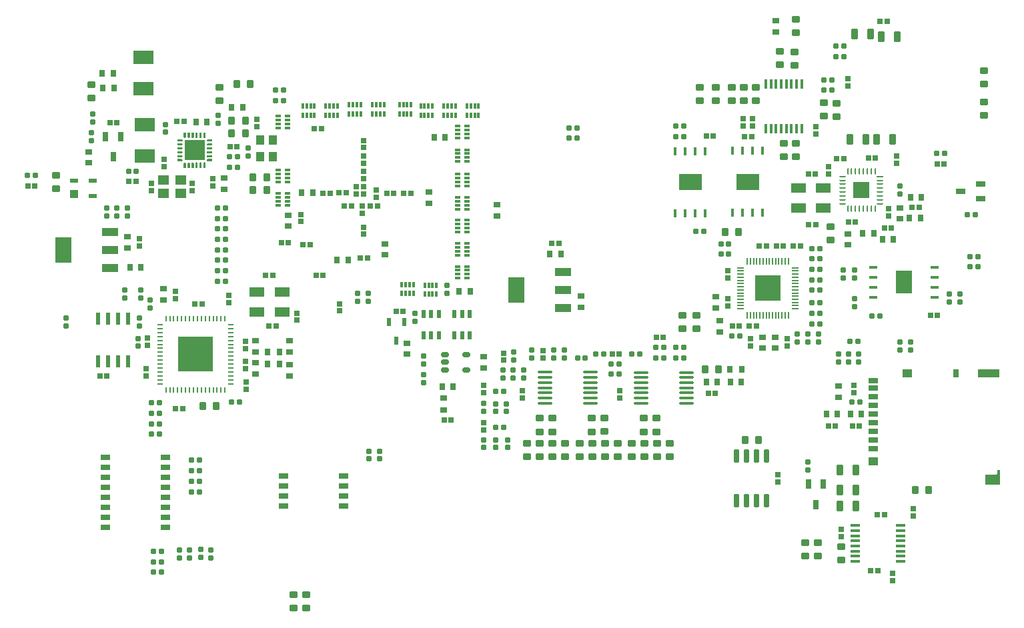
<source format=gbp>
G04*
G04 #@! TF.GenerationSoftware,Altium Limited,Altium Designer,23.11.1 (41)*
G04*
G04 Layer_Color=128*
%FSLAX44Y44*%
%MOMM*%
G71*
G04*
G04 #@! TF.SameCoordinates,077C3239-A6FD-4C8A-B69B-129F227AD62B*
G04*
G04*
G04 #@! TF.FilePolarity,Positive*
G04*
G01*
G75*
%ADD25R,0.8000X1.0000*%
%ADD32R,0.6400X0.6400*%
%ADD33R,0.9500X0.7500*%
G04:AMPARAMS|DCode=41|XSize=0.6mm|YSize=0.6mm|CornerRadius=0.06mm|HoleSize=0mm|Usage=FLASHONLY|Rotation=90.000|XOffset=0mm|YOffset=0mm|HoleType=Round|Shape=RoundedRectangle|*
%AMROUNDEDRECTD41*
21,1,0.6000,0.4800,0,0,90.0*
21,1,0.4800,0.6000,0,0,90.0*
1,1,0.1200,0.2400,0.2400*
1,1,0.1200,0.2400,-0.2400*
1,1,0.1200,-0.2400,-0.2400*
1,1,0.1200,-0.2400,0.2400*
%
%ADD41ROUNDEDRECTD41*%
%ADD42R,0.7500X0.9500*%
%ADD51R,0.6000X1.5500*%
G04:AMPARAMS|DCode=54|XSize=0.6mm|YSize=0.6mm|CornerRadius=0.06mm|HoleSize=0mm|Usage=FLASHONLY|Rotation=180.000|XOffset=0mm|YOffset=0mm|HoleType=Round|Shape=RoundedRectangle|*
%AMROUNDEDRECTD54*
21,1,0.6000,0.4800,0,0,180.0*
21,1,0.4800,0.6000,0,0,180.0*
1,1,0.1200,-0.2400,0.2400*
1,1,0.1200,0.2400,0.2400*
1,1,0.1200,0.2400,-0.2400*
1,1,0.1200,-0.2400,-0.2400*
%
%ADD54ROUNDEDRECTD54*%
G04:AMPARAMS|DCode=58|XSize=1mm|YSize=0.9mm|CornerRadius=0.1125mm|HoleSize=0mm|Usage=FLASHONLY|Rotation=0.000|XOffset=0mm|YOffset=0mm|HoleType=Round|Shape=RoundedRectangle|*
%AMROUNDEDRECTD58*
21,1,1.0000,0.6750,0,0,0.0*
21,1,0.7750,0.9000,0,0,0.0*
1,1,0.2250,0.3875,-0.3375*
1,1,0.2250,-0.3875,-0.3375*
1,1,0.2250,-0.3875,0.3375*
1,1,0.2250,0.3875,0.3375*
%
%ADD58ROUNDEDRECTD58*%
%ADD137R,0.3000X0.6500*%
%ADD138R,0.6400X0.6400*%
G04:AMPARAMS|DCode=139|XSize=0.4mm|YSize=1.2mm|CornerRadius=0.05mm|HoleSize=0mm|Usage=FLASHONLY|Rotation=90.000|XOffset=0mm|YOffset=0mm|HoleType=Round|Shape=RoundedRectangle|*
%AMROUNDEDRECTD139*
21,1,0.4000,1.1000,0,0,90.0*
21,1,0.3000,1.2000,0,0,90.0*
1,1,0.1000,0.5500,0.1500*
1,1,0.1000,0.5500,-0.1500*
1,1,0.1000,-0.5500,-0.1500*
1,1,0.1000,-0.5500,0.1500*
%
%ADD139ROUNDEDRECTD139*%
G04:AMPARAMS|DCode=140|XSize=1.3mm|YSize=0.8mm|CornerRadius=0.1mm|HoleSize=0mm|Usage=FLASHONLY|Rotation=90.000|XOffset=0mm|YOffset=0mm|HoleType=Round|Shape=RoundedRectangle|*
%AMROUNDEDRECTD140*
21,1,1.3000,0.6000,0,0,90.0*
21,1,1.1000,0.8000,0,0,90.0*
1,1,0.2000,0.3000,0.5500*
1,1,0.2000,0.3000,-0.5500*
1,1,0.2000,-0.3000,-0.5500*
1,1,0.2000,-0.3000,0.5500*
%
%ADD140ROUNDEDRECTD140*%
%ADD141R,1.2700X0.7600*%
%ADD142R,0.6000X1.0000*%
G04:AMPARAMS|DCode=143|XSize=1.05mm|YSize=0.6mm|CornerRadius=0.15mm|HoleSize=0mm|Usage=FLASHONLY|Rotation=180.000|XOffset=0mm|YOffset=0mm|HoleType=Round|Shape=RoundedRectangle|*
%AMROUNDEDRECTD143*
21,1,1.0500,0.3000,0,0,180.0*
21,1,0.7500,0.6000,0,0,180.0*
1,1,0.3000,-0.3750,0.1500*
1,1,0.3000,0.3750,0.1500*
1,1,0.3000,0.3750,-0.1500*
1,1,0.3000,-0.3750,-0.1500*
%
%ADD143ROUNDEDRECTD143*%
%ADD144O,2.0000X0.3500*%
G04:AMPARAMS|DCode=145|XSize=0.4mm|YSize=1.2mm|CornerRadius=0.05mm|HoleSize=0mm|Usage=FLASHONLY|Rotation=180.000|XOffset=0mm|YOffset=0mm|HoleType=Round|Shape=RoundedRectangle|*
%AMROUNDEDRECTD145*
21,1,0.4000,1.1000,0,0,180.0*
21,1,0.3000,1.2000,0,0,180.0*
1,1,0.1000,-0.1500,0.5500*
1,1,0.1000,0.1500,0.5500*
1,1,0.1000,0.1500,-0.5500*
1,1,0.1000,-0.1500,-0.5500*
%
%ADD145ROUNDEDRECTD145*%
%ADD146R,1.2000X0.6500*%
G04:AMPARAMS|DCode=147|XSize=0.8078mm|YSize=0.2393mm|CornerRadius=0.1196mm|HoleSize=0mm|Usage=FLASHONLY|Rotation=180.000|XOffset=0mm|YOffset=0mm|HoleType=Round|Shape=RoundedRectangle|*
%AMROUNDEDRECTD147*
21,1,0.8078,0.0000,0,0,180.0*
21,1,0.5686,0.2393,0,0,180.0*
1,1,0.2393,-0.2843,0.0000*
1,1,0.2393,0.2843,0.0000*
1,1,0.2393,0.2843,0.0000*
1,1,0.2393,-0.2843,0.0000*
%
%ADD147ROUNDEDRECTD147*%
G04:AMPARAMS|DCode=148|XSize=0.2393mm|YSize=0.8078mm|CornerRadius=0.1196mm|HoleSize=0mm|Usage=FLASHONLY|Rotation=180.000|XOffset=0mm|YOffset=0mm|HoleType=Round|Shape=RoundedRectangle|*
%AMROUNDEDRECTD148*
21,1,0.2393,0.5686,0,0,180.0*
21,1,0.0000,0.8078,0,0,180.0*
1,1,0.2393,0.0000,0.2843*
1,1,0.2393,0.0000,0.2843*
1,1,0.2393,0.0000,-0.2843*
1,1,0.2393,0.0000,-0.2843*
%
%ADD148ROUNDEDRECTD148*%
%ADD149R,1.9000X1.2000*%
G04:AMPARAMS|DCode=152|XSize=1.0611mm|YSize=0.3925mm|CornerRadius=0.1962mm|HoleSize=0mm|Usage=FLASHONLY|Rotation=90.000|XOffset=0mm|YOffset=0mm|HoleType=Round|Shape=RoundedRectangle|*
%AMROUNDEDRECTD152*
21,1,1.0611,0.0000,0,0,90.0*
21,1,0.6686,0.3925,0,0,90.0*
1,1,0.3925,0.0000,0.3343*
1,1,0.3925,0.0000,-0.3343*
1,1,0.3925,0.0000,-0.3343*
1,1,0.3925,0.0000,0.3343*
%
%ADD152ROUNDEDRECTD152*%
G04:AMPARAMS|DCode=154|XSize=1.0611mm|YSize=0.3925mm|CornerRadius=0.1962mm|HoleSize=0mm|Usage=FLASHONLY|Rotation=0.000|XOffset=0mm|YOffset=0mm|HoleType=Round|Shape=RoundedRectangle|*
%AMROUNDEDRECTD154*
21,1,1.0611,0.0000,0,0,0.0*
21,1,0.6686,0.3925,0,0,0.0*
1,1,0.3925,0.3343,0.0000*
1,1,0.3925,-0.3343,0.0000*
1,1,0.3925,-0.3343,0.0000*
1,1,0.3925,0.3343,0.0000*
%
%ADD154ROUNDEDRECTD154*%
%ADD155R,2.8000X1.0000*%
%ADD156R,1.2000X1.0000*%
%ADD157R,3.2000X3.2000*%
%ADD158R,0.2000X0.8500*%
%ADD159R,0.9500X0.8000*%
%ADD160C,1.1447*%
%ADD161R,1.2000X0.7000*%
G04:AMPARAMS|DCode=162|XSize=1mm|YSize=0.9mm|CornerRadius=0.1125mm|HoleSize=0mm|Usage=FLASHONLY|Rotation=270.000|XOffset=0mm|YOffset=0mm|HoleType=Round|Shape=RoundedRectangle|*
%AMROUNDEDRECTD162*
21,1,1.0000,0.6750,0,0,270.0*
21,1,0.7750,0.9000,0,0,270.0*
1,1,0.2250,-0.3375,-0.3875*
1,1,0.2250,-0.3375,0.3875*
1,1,0.2250,0.3375,0.3875*
1,1,0.2250,0.3375,-0.3875*
%
%ADD162ROUNDEDRECTD162*%
%ADD163R,0.6500X1.2000*%
%ADD164R,2.1500X1.0000*%
G04:AMPARAMS|DCode=165|XSize=0.65mm|YSize=1.65mm|CornerRadius=0.0488mm|HoleSize=0mm|Usage=FLASHONLY|Rotation=0.000|XOffset=0mm|YOffset=0mm|HoleType=Round|Shape=RoundedRectangle|*
%AMROUNDEDRECTD165*
21,1,0.6500,1.5525,0,0,0.0*
21,1,0.5525,1.6500,0,0,0.0*
1,1,0.0975,0.2763,-0.7763*
1,1,0.0975,-0.2763,-0.7763*
1,1,0.0975,-0.2763,0.7763*
1,1,0.0975,0.2763,0.7763*
%
%ADD165ROUNDEDRECTD165*%
%ADD166R,1.1000X1.3000*%
%ADD167R,2.5000X2.5000*%
%ADD168R,1.4000X1.2000*%
%ADD169R,1.0000X1.0000*%
%ADD170O,0.7500X0.2500*%
%ADD171R,4.5000X4.5000*%
%ADD172O,0.2500X0.7500*%
%ADD173R,0.6500X0.3000*%
%ADD174R,0.6400X0.9200*%
%ADD175R,2.1500X3.2500*%
%ADD176R,0.3925X1.0611*%
%ADD177R,1.0611X0.3925*%
%ADD178R,0.8078X0.2393*%
%ADD179C,0.2520*%
%ADD180R,0.8500X0.2000*%
%ADD181R,2.5000X1.7000*%
%ADD182R,1.0000X0.6000*%
%ADD183R,0.9200X0.6400*%
%ADD215R,2.9724X2.0724*%
%ADD216R,2.0724X2.9724*%
%ADD217R,2.0239X2.0239*%
G36*
X633280Y887807D02*
X633674Y887413D01*
X633887Y886898D01*
Y886620D01*
Y886341D01*
X633674Y885827D01*
X633280Y885433D01*
X632766Y885220D01*
X626987D01*
Y888020D01*
X632766D01*
X633280Y887807D01*
D02*
G37*
G36*
X632487Y893020D02*
X632766D01*
X633280Y892807D01*
X633674Y892413D01*
X633887Y891898D01*
Y891620D01*
Y891341D01*
X633674Y890827D01*
X633280Y890433D01*
X632766Y890220D01*
X626987D01*
Y893020D01*
X632487D01*
Y893020D01*
D02*
G37*
G36*
X633280Y897807D02*
X633674Y897413D01*
X633887Y896898D01*
Y896620D01*
Y896341D01*
X633674Y895827D01*
X633280Y895433D01*
X632766Y895220D01*
X626987D01*
Y898020D01*
X632766D01*
X633280Y897807D01*
D02*
G37*
G36*
X637556Y883532D02*
X637949Y883138D01*
X638162Y882624D01*
Y882345D01*
Y876845D01*
X635363D01*
Y882345D01*
Y882624D01*
X635576Y883138D01*
X635970Y883532D01*
X636484Y883745D01*
X637041D01*
X637556Y883532D01*
D02*
G37*
G36*
X642555D02*
X642949Y883138D01*
X643163Y882624D01*
Y882345D01*
X643163Y876845D01*
X640362D01*
Y882345D01*
Y882624D01*
X640576Y883138D01*
X640969Y883532D01*
X641484Y883745D01*
X642041D01*
X642555Y883532D01*
D02*
G37*
G36*
X647556D02*
X647949Y883138D01*
X648163Y882624D01*
Y882345D01*
Y876845D01*
X645362D01*
Y882345D01*
Y882624D01*
X645576Y883138D01*
X645969Y883532D01*
X646484Y883745D01*
X647041D01*
X647556Y883532D01*
D02*
G37*
G36*
X633280Y902807D02*
X633674Y902413D01*
X633887Y901898D01*
Y901620D01*
Y901341D01*
X633674Y900827D01*
X633280Y900433D01*
X632766Y900220D01*
X626987D01*
Y903020D01*
X632766D01*
X633280Y902807D01*
D02*
G37*
G36*
Y907807D02*
X633674Y907413D01*
X633887Y906898D01*
Y906620D01*
Y906341D01*
X633674Y905827D01*
X633280Y905433D01*
X632766Y905220D01*
X632487D01*
X626987Y905220D01*
Y908020D01*
X632766D01*
X633280Y907807D01*
D02*
G37*
G36*
Y912807D02*
X633674Y912413D01*
X633887Y911898D01*
Y911620D01*
Y911341D01*
X633674Y910827D01*
X633280Y910433D01*
X632766Y910220D01*
X626987D01*
Y913020D01*
X632766D01*
X633280Y912807D01*
D02*
G37*
G36*
X638162Y915895D02*
Y915617D01*
X637949Y915102D01*
X637556Y914708D01*
X637041Y914495D01*
X636484D01*
X635970Y914708D01*
X635576Y915102D01*
X635363Y915617D01*
Y915895D01*
Y921395D01*
X638162D01*
Y915895D01*
D02*
G37*
G36*
X643163D02*
X643163D01*
Y915617D01*
X642949Y915102D01*
X642555Y914708D01*
X642041Y914495D01*
X641484D01*
X640969Y914708D01*
X640576Y915102D01*
X640362Y915617D01*
Y915895D01*
Y921395D01*
X643163D01*
Y915895D01*
D02*
G37*
G36*
X648163D02*
Y915617D01*
X647949Y915102D01*
X647556Y914708D01*
X647041Y914495D01*
X646484D01*
X645969Y914708D01*
X645576Y915102D01*
X645362Y915617D01*
Y915895D01*
Y921395D01*
X648163D01*
Y915895D01*
D02*
G37*
G36*
X663163D02*
Y915617D01*
X662949Y915102D01*
X662555Y914708D01*
X662041Y914495D01*
X661484D01*
X660969Y914708D01*
X660576Y915102D01*
X660362Y915617D01*
Y915895D01*
Y921395D01*
X663163D01*
Y915895D01*
D02*
G37*
G36*
X658163D02*
Y915617D01*
X657949Y915102D01*
X657556Y914708D01*
X657041Y914495D01*
X656484D01*
X655969Y914708D01*
X655576Y915102D01*
X655362Y915617D01*
Y915895D01*
X655362Y921395D01*
X658163D01*
Y915895D01*
D02*
G37*
G36*
X653163D02*
Y915617D01*
X652949Y915102D01*
X652555Y914708D01*
X652041Y914495D01*
X651484D01*
X650969Y914708D01*
X650576Y915102D01*
X650362Y915617D01*
Y915895D01*
Y921395D01*
X653163D01*
Y915895D01*
D02*
G37*
G36*
X671537Y910220D02*
X665759D01*
X665245Y910433D01*
X664851Y910827D01*
X664638Y911341D01*
Y911620D01*
Y911898D01*
X664851Y912413D01*
X665245Y912807D01*
X665759Y913020D01*
X671537D01*
Y910220D01*
D02*
G37*
G36*
Y905220D02*
X666038D01*
Y905220D01*
X665759D01*
X665245Y905433D01*
X664851Y905827D01*
X664638Y906341D01*
Y906620D01*
Y906898D01*
X664851Y907413D01*
X665245Y907807D01*
X665759Y908020D01*
X671537D01*
Y905220D01*
D02*
G37*
G36*
Y900220D02*
X665759D01*
X665245Y900433D01*
X664851Y900827D01*
X664638Y901341D01*
Y901620D01*
Y901898D01*
X664851Y902413D01*
X665245Y902807D01*
X665759Y903020D01*
X671537D01*
Y900220D01*
D02*
G37*
G36*
Y895220D02*
X665759D01*
X665245Y895433D01*
X664851Y895827D01*
X664638Y896341D01*
Y896620D01*
Y896898D01*
X664851Y897413D01*
X665245Y897807D01*
X665759Y898020D01*
X671537D01*
Y895220D01*
D02*
G37*
G36*
Y890220D02*
X665759D01*
X665245Y890433D01*
X664851Y890827D01*
X664638Y891341D01*
Y891620D01*
Y891898D01*
X664851Y892413D01*
X665245Y892807D01*
X665759Y893020D01*
X666038D01*
X671537Y893020D01*
Y890220D01*
D02*
G37*
G36*
Y885220D02*
X665759D01*
X665245Y885433D01*
X664851Y885827D01*
X664638Y886341D01*
Y886620D01*
Y886898D01*
X664851Y887413D01*
X665245Y887807D01*
X665759Y888020D01*
X671537D01*
Y885220D01*
D02*
G37*
G36*
X662555Y883532D02*
X662949Y883138D01*
X663163Y882624D01*
Y882345D01*
Y876845D01*
X660362D01*
Y882345D01*
Y882624D01*
X660576Y883138D01*
X660969Y883532D01*
X661484Y883745D01*
X662041D01*
X662555Y883532D01*
D02*
G37*
G36*
X657556D02*
X657949Y883138D01*
X658163Y882624D01*
Y882345D01*
Y876845D01*
X655362D01*
Y882345D01*
X655362D01*
Y882624D01*
X655576Y883138D01*
X655969Y883532D01*
X656484Y883745D01*
X657041D01*
X657556Y883532D01*
D02*
G37*
G36*
X652555D02*
X652949Y883138D01*
X653163Y882624D01*
Y882345D01*
Y876845D01*
X650362D01*
Y882345D01*
Y882624D01*
X650576Y883138D01*
X650969Y883532D01*
X651484Y883745D01*
X652041D01*
X652555Y883532D01*
D02*
G37*
G36*
X1671350Y474346D02*
X1652350D01*
Y487346D01*
X1666350D01*
X1667850Y488846D01*
Y492846D01*
X1671350D01*
Y474346D01*
D02*
G37*
D25*
X1615850Y615846D02*
D03*
D32*
X1470000Y417600D02*
D03*
Y408400D02*
D03*
X1540000Y891600D02*
D03*
Y882400D02*
D03*
X1453725Y869139D02*
D03*
Y878339D02*
D03*
X728000Y938600D02*
D03*
Y929400D02*
D03*
X864000Y862730D02*
D03*
Y871930D02*
D03*
Y843400D02*
D03*
Y852600D02*
D03*
X854000Y843400D02*
D03*
Y852600D02*
D03*
X861963Y819360D02*
D03*
Y828560D02*
D03*
X1065324Y584600D02*
D03*
X1188720Y584680D02*
D03*
X1478280Y990120D02*
D03*
X1437640Y929160D02*
D03*
X1357652Y939320D02*
D03*
X1345473D02*
D03*
X1530350Y825020D02*
D03*
X880000Y839400D02*
D03*
X1485900Y600776D02*
D03*
X1401587Y659920D02*
D03*
X1354370Y650720D02*
D03*
X1561000Y443600D02*
D03*
X1535000Y352400D02*
D03*
X1389380Y478000D02*
D03*
X1325880Y737080D02*
D03*
Y701520D02*
D03*
X864000Y902400D02*
D03*
Y891600D02*
D03*
Y801600D02*
D03*
X784000Y808480D02*
D03*
X610870Y878050D02*
D03*
X672467Y853534D02*
D03*
X646430Y856770D02*
D03*
X594795Y847570D02*
D03*
X579000Y786600D02*
D03*
X833000Y704200D02*
D03*
X779331Y683177D02*
D03*
X693000Y714600D02*
D03*
X714000Y647400D02*
D03*
Y622000D02*
D03*
X715000Y595800D02*
D03*
X625000Y719600D02*
D03*
X589000Y660600D02*
D03*
X588000Y612400D02*
D03*
X1485900Y591576D02*
D03*
X1530350Y815820D02*
D03*
X1478280Y980920D02*
D03*
X693000Y705400D02*
D03*
X589000Y651400D02*
D03*
X715000Y605000D02*
D03*
X588000Y621600D02*
D03*
X1016000Y544196D02*
D03*
X784000Y817679D02*
D03*
X880000Y848600D02*
D03*
X1016000Y590945D02*
D03*
X1091578Y635480D02*
D03*
X1041400Y641585D02*
D03*
X625000Y710400D02*
D03*
X864000Y792400D02*
D03*
Y911600D02*
D03*
Y882400D02*
D03*
X1389380Y487200D02*
D03*
X1325880Y710720D02*
D03*
Y746280D02*
D03*
X1016000Y553396D02*
D03*
X1091578Y644680D02*
D03*
X1016000Y600144D02*
D03*
X1041400Y632385D02*
D03*
X779331Y692377D02*
D03*
X1401587Y650720D02*
D03*
X1354370Y659920D02*
D03*
X833000Y695000D02*
D03*
X1345473Y930120D02*
D03*
X1357652D02*
D03*
X1437640Y919960D02*
D03*
X579000Y777400D02*
D03*
X1561000Y434400D02*
D03*
X1535000Y361600D02*
D03*
X1065324Y593800D02*
D03*
X1188720Y593880D02*
D03*
X714000Y656600D02*
D03*
Y631200D02*
D03*
X646430Y847570D02*
D03*
X594795Y856770D02*
D03*
X610870Y887250D02*
D03*
X672467Y862735D02*
D03*
D33*
X1016000Y636920D02*
D03*
X919000Y640000D02*
D03*
X1386840Y1049640D02*
D03*
X1544320Y826150D02*
D03*
X947000Y846000D02*
D03*
X1033000Y830000D02*
D03*
X1478280Y779130D02*
D03*
X1466850Y599578D02*
D03*
X890730Y766290D02*
D03*
X1310640Y699120D02*
D03*
X1315720Y668640D02*
D03*
X1140000Y714000D02*
D03*
X768000Y802482D02*
D03*
X514682Y883270D02*
D03*
X686816Y849488D02*
D03*
X564000Y789000D02*
D03*
X769620Y657240D02*
D03*
X726440Y615300D02*
D03*
Y643240D02*
D03*
X769620Y612760D02*
D03*
X610000Y723000D02*
D03*
X1466850Y585578D02*
D03*
X1544320Y812150D02*
D03*
X947000Y832000D02*
D03*
X1478280Y793130D02*
D03*
X768000Y816481D02*
D03*
X1033000Y816000D02*
D03*
X769620Y626760D02*
D03*
Y643240D02*
D03*
X1140000Y700000D02*
D03*
X1310640Y713120D02*
D03*
X890730Y780290D02*
D03*
X919000Y654000D02*
D03*
X1315720Y682640D02*
D03*
X1386840Y1063640D02*
D03*
X564000Y775000D02*
D03*
X1016000Y622920D02*
D03*
X610000Y709000D02*
D03*
X726440Y657240D02*
D03*
Y629300D02*
D03*
X686816Y863488D02*
D03*
X514682Y897270D02*
D03*
D41*
X1633000Y751000D02*
D03*
X1643000D02*
D03*
X1124590Y927689D02*
D03*
X1134590D02*
D03*
Y914400D02*
D03*
X1124590D02*
D03*
X1178165Y627968D02*
D03*
X1158320Y640080D02*
D03*
X1269920Y635351D02*
D03*
Y648639D02*
D03*
X1473120Y1017952D02*
D03*
X1601000Y895000D02*
D03*
X703500Y877392D02*
D03*
X565230Y872364D02*
D03*
X447000Y867000D02*
D03*
X1643000Y764000D02*
D03*
X1633000D02*
D03*
X1640000Y817000D02*
D03*
X1630000D02*
D03*
X688345Y732766D02*
D03*
X678345D02*
D03*
Y746055D02*
D03*
X688345D02*
D03*
X678345Y759343D02*
D03*
X688345D02*
D03*
X678345Y772632D02*
D03*
X688345D02*
D03*
X678505Y785920D02*
D03*
X688505D02*
D03*
X678345Y799209D02*
D03*
X688345D02*
D03*
X678345Y812497D02*
D03*
X688345D02*
D03*
X678345Y825786D02*
D03*
X688345D02*
D03*
X604440Y578399D02*
D03*
X594440D02*
D03*
X604440Y565110D02*
D03*
X594440D02*
D03*
X604440Y551768D02*
D03*
X594440D02*
D03*
X604440Y538480D02*
D03*
X594440D02*
D03*
X655320Y505460D02*
D03*
X645320D02*
D03*
X655240Y492172D02*
D03*
X645240D02*
D03*
X655320Y478883D02*
D03*
X645320D02*
D03*
X655240Y464820D02*
D03*
X645240D02*
D03*
X607060Y363220D02*
D03*
X597060D02*
D03*
X606980Y376508D02*
D03*
X596980D02*
D03*
X606980Y389797D02*
D03*
X596980D02*
D03*
X1490900Y656035D02*
D03*
X1480900D02*
D03*
X1493440Y579120D02*
D03*
X1483440D02*
D03*
X1591000Y895000D02*
D03*
X1168320Y640080D02*
D03*
X1442640Y761226D02*
D03*
X1432640D02*
D03*
X703500Y890680D02*
D03*
X693500D02*
D03*
X1518840Y688366D02*
D03*
X1442640Y692057D02*
D03*
X1285320Y796306D02*
D03*
X1259920Y929640D02*
D03*
Y916234D02*
D03*
X751920Y962072D02*
D03*
X1331040Y662906D02*
D03*
X1031320Y546810D02*
D03*
X1234520Y648639D02*
D03*
X1031320Y592530D02*
D03*
X1442640Y678768D02*
D03*
X1259920Y648639D02*
D03*
X1204040Y640351D02*
D03*
X1508840Y688366D02*
D03*
X1341040Y662906D02*
D03*
X761920Y975360D02*
D03*
X751920D02*
D03*
X761920Y962072D02*
D03*
X1317070Y780368D02*
D03*
X1327070D02*
D03*
X1442640Y774514D02*
D03*
X1432640D02*
D03*
X1317150Y767080D02*
D03*
X1327150D02*
D03*
X1442640Y747937D02*
D03*
X1432640D02*
D03*
X1442560Y734649D02*
D03*
X1432560D02*
D03*
X1269920Y916234D02*
D03*
X1442560Y721360D02*
D03*
X1432560D02*
D03*
X1442640Y705346D02*
D03*
X1432640D02*
D03*
X1269920Y929640D02*
D03*
X1432640Y692057D02*
D03*
X1295320Y796306D02*
D03*
X1432640Y678768D02*
D03*
X1473120Y1031240D02*
D03*
X1463120D02*
D03*
Y1017952D02*
D03*
X1447880Y975360D02*
D03*
X1457880D02*
D03*
X1447880Y988649D02*
D03*
X1457880D02*
D03*
X1244520Y648639D02*
D03*
X1234600Y635351D02*
D03*
X1244600D02*
D03*
X1259920D02*
D03*
X1214040Y640351D02*
D03*
X1145031Y635472D02*
D03*
X1135032D02*
D03*
X1178165Y614680D02*
D03*
X1188165D02*
D03*
Y627968D02*
D03*
X1041320Y546810D02*
D03*
Y592530D02*
D03*
X696040Y579120D02*
D03*
X706040D02*
D03*
X575230Y872364D02*
D03*
X693500Y877392D02*
D03*
X437000Y867000D02*
D03*
D42*
X798958Y844836D02*
D03*
X784958D02*
D03*
X977280Y598869D02*
D03*
X1312645Y604496D02*
D03*
X1557640Y839470D02*
D03*
X967120Y915670D02*
D03*
X1536080Y785760D02*
D03*
X1343040Y604496D02*
D03*
X1481440Y563880D02*
D03*
X1450960D02*
D03*
X1114000Y767000D02*
D03*
X998870Y719563D02*
D03*
X710100Y953180D02*
D03*
X664860Y934720D02*
D03*
X532100Y996950D02*
D03*
X532750Y977900D02*
D03*
X829921Y760000D02*
D03*
X581000Y750000D02*
D03*
X1571640Y839470D02*
D03*
X1522080Y785760D02*
D03*
X1100000Y767000D02*
D03*
X843921Y760000D02*
D03*
X984870Y719563D02*
D03*
X1464960Y563880D02*
D03*
X1495440D02*
D03*
X953120Y915670D02*
D03*
X567000Y750000D02*
D03*
X1329040Y604496D02*
D03*
X1298645Y604496D02*
D03*
X963280Y598869D02*
D03*
X696100Y953180D02*
D03*
X650860Y934720D02*
D03*
X546100Y996950D02*
D03*
X546750Y977900D02*
D03*
D51*
X527050Y684860D02*
D03*
X539750D02*
D03*
X552450D02*
D03*
X565150D02*
D03*
X552450Y630860D02*
D03*
X527050D02*
D03*
X539750D02*
D03*
X565150D02*
D03*
D54*
X593000Y699000D02*
D03*
Y709000D02*
D03*
X929000Y692000D02*
D03*
Y682000D02*
D03*
X940000Y604000D02*
D03*
X1031240Y521490D02*
D03*
X1016000D02*
D03*
X1031240Y567210D02*
D03*
X1016000Y567290D02*
D03*
X1053512Y609680D02*
D03*
X1040223D02*
D03*
X1118188Y635472D02*
D03*
X1076960D02*
D03*
X1544320Y843360D02*
D03*
X1427480Y502840D02*
D03*
X716788Y901907D02*
D03*
X520000Y945000D02*
D03*
X486000Y676000D02*
D03*
Y686000D02*
D03*
X560796Y721608D02*
D03*
X560796Y711608D02*
D03*
X580810Y711280D02*
D03*
Y721280D02*
D03*
X550592Y825565D02*
D03*
Y815565D02*
D03*
X563880Y825420D02*
D03*
Y815420D02*
D03*
X537303Y825565D02*
D03*
Y815565D02*
D03*
X969556Y717630D02*
D03*
Y727630D02*
D03*
X884000Y517000D02*
D03*
Y507000D02*
D03*
X870000Y517000D02*
D03*
Y507000D02*
D03*
X579120Y675720D02*
D03*
Y685720D02*
D03*
X1466850Y640000D02*
D03*
Y630000D02*
D03*
X1479550Y640000D02*
D03*
Y630000D02*
D03*
X1492250Y640000D02*
D03*
Y630000D02*
D03*
X1544320Y655240D02*
D03*
Y645240D02*
D03*
X1558290Y645160D02*
D03*
Y655160D02*
D03*
X1544320Y853360D02*
D03*
X630000Y391000D02*
D03*
Y381000D02*
D03*
X643000Y391000D02*
D03*
Y381000D02*
D03*
X657000Y392000D02*
D03*
Y382000D02*
D03*
X670000Y381000D02*
D03*
Y391000D02*
D03*
X1487186Y710263D02*
D03*
Y700263D02*
D03*
X716788Y891907D02*
D03*
X1016000Y531490D02*
D03*
X1487170Y746680D02*
D03*
X1016000Y577290D02*
D03*
X1104900Y635472D02*
D03*
X869259Y717062D02*
D03*
X855971Y716982D02*
D03*
X1054134Y642969D02*
D03*
X1607114Y706200D02*
D03*
X1472635Y746765D02*
D03*
X1414321Y655320D02*
D03*
X1076960Y645472D02*
D03*
X1620520Y706200D02*
D03*
X1440898Y655320D02*
D03*
X1040223Y619680D02*
D03*
X1427609Y655480D02*
D03*
X940000Y614000D02*
D03*
X1427480Y492840D02*
D03*
X855971Y706982D02*
D03*
X869259Y707062D02*
D03*
X1472635Y736765D02*
D03*
X1487170Y736680D02*
D03*
X1620520Y716200D02*
D03*
X1607114D02*
D03*
X1414321Y665320D02*
D03*
X1440898D02*
D03*
X1427609Y665480D02*
D03*
X1118188Y645472D02*
D03*
X1104900D02*
D03*
X1066800Y619680D02*
D03*
Y609680D02*
D03*
X1054134Y632969D02*
D03*
X1031240Y577210D02*
D03*
X1053512Y619680D02*
D03*
X1044529Y567210D02*
D03*
Y577210D02*
D03*
X1031240Y531490D02*
D03*
X1046480Y521490D02*
D03*
Y531490D02*
D03*
X940000Y638000D02*
D03*
Y628000D02*
D03*
X577810Y650105D02*
D03*
Y660105D02*
D03*
X679450Y933610D02*
D03*
Y943610D02*
D03*
X612024Y921869D02*
D03*
Y931869D02*
D03*
X520000Y935000D02*
D03*
X517821Y911174D02*
D03*
Y921173D02*
D03*
D58*
X1087200Y558679D02*
D03*
X1103219D02*
D03*
X1153240D02*
D03*
X1169258Y558800D02*
D03*
X1219200Y558679D02*
D03*
X1235219D02*
D03*
X1463819Y958460D02*
D03*
X1412240Y1048140D02*
D03*
X1410415Y1024040D02*
D03*
X1391920Y1024500D02*
D03*
X1330960Y961780D02*
D03*
X680832Y978780D02*
D03*
X518000Y982500D02*
D03*
X473710Y850020D02*
D03*
X1268000Y689500D02*
D03*
Y672500D02*
D03*
X1651000Y960500D02*
D03*
Y943500D02*
D03*
Y1000500D02*
D03*
Y983500D02*
D03*
X1456690Y802250D02*
D03*
Y785250D02*
D03*
X1286000Y689500D02*
D03*
Y672500D02*
D03*
X680832Y961780D02*
D03*
X1138000Y526660D02*
D03*
X1203960D02*
D03*
X1119237D02*
D03*
X1186056D02*
D03*
X774700Y317382D02*
D03*
X1424161Y383930D02*
D03*
X791090Y317382D02*
D03*
X1470000Y378500D02*
D03*
X1440180Y383930D02*
D03*
X1252016Y526660D02*
D03*
X1087200D02*
D03*
X1440180Y400930D02*
D03*
X1290320Y978780D02*
D03*
Y961780D02*
D03*
X1447800Y959731D02*
D03*
Y942730D02*
D03*
X1463819Y941460D02*
D03*
X1361440Y978780D02*
D03*
Y961780D02*
D03*
X1412240Y1065140D02*
D03*
X1310640Y961780D02*
D03*
Y978780D02*
D03*
X1410415Y1007040D02*
D03*
X1397000Y890660D02*
D03*
Y907660D02*
D03*
X1391920Y1007500D02*
D03*
X1330960Y978780D02*
D03*
X1412240Y890660D02*
D03*
Y907660D02*
D03*
X1346200Y978780D02*
D03*
Y961780D02*
D03*
X1235219Y541679D02*
D03*
X1219200D02*
D03*
X1219979Y509660D02*
D03*
Y526660D02*
D03*
X1235997Y509660D02*
D03*
Y526660D02*
D03*
X1203960Y509660D02*
D03*
X1252016D02*
D03*
X1470000Y395500D02*
D03*
X1087200Y541679D02*
D03*
X1103219D02*
D03*
X1169258Y541800D02*
D03*
X1153240Y541679D02*
D03*
X1087200Y509660D02*
D03*
X1103219D02*
D03*
Y526660D02*
D03*
X1170037Y509660D02*
D03*
Y526660D02*
D03*
X1154018Y509660D02*
D03*
Y526660D02*
D03*
X1138000Y509660D02*
D03*
X1186056D02*
D03*
X1071181D02*
D03*
Y526660D02*
D03*
X1119237Y509660D02*
D03*
X791090Y334382D02*
D03*
X1424161Y400930D02*
D03*
X774700Y334382D02*
D03*
X518000Y965500D02*
D03*
X473710Y867020D02*
D03*
D137*
X970359Y943540D02*
D03*
X975359D02*
D03*
X980359D02*
D03*
X965359Y943540D02*
D03*
X965359Y955040D02*
D03*
X970359D02*
D03*
X975359D02*
D03*
X980359D02*
D03*
X801389D02*
D03*
X796389D02*
D03*
X791389D02*
D03*
X786389D02*
D03*
X791389Y943540D02*
D03*
X786389D02*
D03*
X801389D02*
D03*
X796389D02*
D03*
X815677Y955040D02*
D03*
X820677D02*
D03*
X825677Y955040D02*
D03*
X830677D02*
D03*
X815677Y943540D02*
D03*
X820677D02*
D03*
X825677D02*
D03*
X830677D02*
D03*
X860000Y956655D02*
D03*
X855000D02*
D03*
X850000D02*
D03*
X845000D02*
D03*
X855000Y945155D02*
D03*
X850000D02*
D03*
X845000D02*
D03*
X860000Y945155D02*
D03*
X889469Y956655D02*
D03*
X884469D02*
D03*
X879469D02*
D03*
X874469D02*
D03*
X884469Y945155D02*
D03*
X879469D02*
D03*
X874469D02*
D03*
X889469D02*
D03*
X924049D02*
D03*
X909049D02*
D03*
X914049D02*
D03*
X919049D02*
D03*
X909049Y956655D02*
D03*
X914049D02*
D03*
X919049Y956655D02*
D03*
X924049D02*
D03*
X951070Y955040D02*
D03*
X946070D02*
D03*
X941070D02*
D03*
X936070D02*
D03*
X941070Y943540D02*
D03*
X946070D02*
D03*
X951070D02*
D03*
X936070D02*
D03*
X1009647Y955040D02*
D03*
X1004647D02*
D03*
X999647Y955040D02*
D03*
X994647D02*
D03*
X1004647Y943540D02*
D03*
X1009647Y943540D02*
D03*
X994647Y943540D02*
D03*
X999647D02*
D03*
X946230Y727710D02*
D03*
X951230D02*
D03*
X941230Y716210D02*
D03*
X946230D02*
D03*
X951230Y716210D02*
D03*
X956230Y716210D02*
D03*
Y727710D02*
D03*
X941230D02*
D03*
X911942Y717008D02*
D03*
X916941D02*
D03*
X921942D02*
D03*
X926942D02*
D03*
X911942Y728508D02*
D03*
X926942Y728508D02*
D03*
X921942D02*
D03*
X916941D02*
D03*
D138*
X1473085Y888590D02*
D03*
X1463885D02*
D03*
X904720Y694249D02*
D03*
X913920Y694249D02*
D03*
X1310160Y590147D02*
D03*
X1518800Y1063000D02*
D03*
X1600600Y882000D02*
D03*
X1504160Y889000D02*
D03*
X1347160Y916138D02*
D03*
X1559560Y826770D02*
D03*
X1533680Y800108D02*
D03*
X1437160Y869188D02*
D03*
X1487960Y807720D02*
D03*
X1428440Y804893D02*
D03*
X1307620Y916940D02*
D03*
X892901Y844000D02*
D03*
X923424D02*
D03*
X786400Y779000D02*
D03*
X872514Y828195D02*
D03*
X1417843Y777240D02*
D03*
X1582900Y689610D02*
D03*
X1387320Y777240D02*
D03*
X1365974D02*
D03*
X1353030Y675640D02*
D03*
X1483840Y548640D02*
D03*
X1453360D02*
D03*
X1111600Y781000D02*
D03*
X868600Y762000D02*
D03*
X1331440Y675640D02*
D03*
X974880Y556580D02*
D03*
X801322Y926869D02*
D03*
X820985Y844564D02*
D03*
X703100Y903413D02*
D03*
X848600Y828000D02*
D03*
X841600Y845000D02*
D03*
X768340Y781590D02*
D03*
X626370Y935990D02*
D03*
X446600Y854000D02*
D03*
X565630Y859631D02*
D03*
X812320Y740410D02*
D03*
X748600Y740000D02*
D03*
X658600Y704000D02*
D03*
X743400Y675704D02*
D03*
X538000Y612140D02*
D03*
X634200Y571000D02*
D03*
X437400Y854000D02*
D03*
X1478760Y807720D02*
D03*
X1568760Y826770D02*
D03*
X1513360Y889000D02*
D03*
X1591400Y882000D02*
D03*
X1528000Y1063000D02*
D03*
X649400Y704000D02*
D03*
X625000Y571000D02*
D03*
X1102400Y781000D02*
D03*
X1298420Y916940D02*
D03*
X1524480Y800108D02*
D03*
X693900Y903413D02*
D03*
X795600Y779000D02*
D03*
X859400Y762000D02*
D03*
X1179040Y640702D02*
D03*
X832400Y845000D02*
D03*
X902101Y844000D02*
D03*
X881714Y828195D02*
D03*
X839400Y828000D02*
D03*
X528800Y612140D02*
D03*
X759140Y781590D02*
D03*
X811785Y844564D02*
D03*
X914224Y844000D02*
D03*
X810522Y926869D02*
D03*
X1462560Y548640D02*
D03*
X1375174Y777240D02*
D03*
X1356360Y916138D02*
D03*
X1408642Y777240D02*
D03*
X1340640Y675640D02*
D03*
X1493040Y548640D02*
D03*
X1592100Y689610D02*
D03*
X1234920Y661373D02*
D03*
X1244120D02*
D03*
X1188240Y640702D02*
D03*
X803120Y740410D02*
D03*
X1362230Y675640D02*
D03*
X1396520Y777240D02*
D03*
X1427960Y869188D02*
D03*
X1515400Y436000D02*
D03*
X1524600D02*
D03*
X1507400Y365000D02*
D03*
X1516600D02*
D03*
X1300960Y590147D02*
D03*
X965680Y556580D02*
D03*
X1437640Y804893D02*
D03*
X739400Y740000D02*
D03*
X752600Y675704D02*
D03*
X574830Y859631D02*
D03*
X635569Y935990D02*
D03*
X550700Y934280D02*
D03*
X541500D02*
D03*
D139*
X1545000Y422500D02*
D03*
Y416000D02*
D03*
Y409500D02*
D03*
Y403000D02*
D03*
Y396500D02*
D03*
Y390000D02*
D03*
X1545000Y383500D02*
D03*
X1545000Y377000D02*
D03*
X1488000Y422500D02*
D03*
Y403000D02*
D03*
Y396500D02*
D03*
X1488000Y383500D02*
D03*
X1488000Y416000D02*
D03*
Y377000D02*
D03*
Y390000D02*
D03*
Y409500D02*
D03*
D140*
X1487000Y1047000D02*
D03*
X1507000D02*
D03*
X1481000Y913000D02*
D03*
X1501000D02*
D03*
X1535000D02*
D03*
X1515000D02*
D03*
X1541000Y1043000D02*
D03*
X1521000D02*
D03*
X1468280Y467360D02*
D03*
X1488280D02*
D03*
Y447040D02*
D03*
X1468280D02*
D03*
X1488280Y492760D02*
D03*
X1468280D02*
D03*
D141*
X838200Y485140D02*
D03*
Y472440D02*
D03*
Y459740D02*
D03*
Y447040D02*
D03*
X762000Y472440D02*
D03*
Y485140D02*
D03*
Y459740D02*
D03*
Y447040D02*
D03*
X535940Y496570D02*
D03*
Y433070D02*
D03*
Y483870D02*
D03*
Y458470D02*
D03*
Y471170D02*
D03*
Y445770D02*
D03*
Y509270D02*
D03*
Y420370D02*
D03*
X612140Y509270D02*
D03*
Y496570D02*
D03*
Y483870D02*
D03*
Y471170D02*
D03*
Y458470D02*
D03*
Y445770D02*
D03*
Y433070D02*
D03*
Y420370D02*
D03*
D142*
X896000Y681000D02*
D03*
X915000Y681000D02*
D03*
X905500Y657000D02*
D03*
X949429Y664443D02*
D03*
X988697D02*
D03*
X979197D02*
D03*
X939929Y691443D02*
D03*
X998197D02*
D03*
Y664443D02*
D03*
X958929Y691443D02*
D03*
X979197D02*
D03*
X958929Y664443D02*
D03*
X939929D02*
D03*
X949429Y691443D02*
D03*
X988697D02*
D03*
D143*
X966940Y629920D02*
D03*
Y620420D02*
D03*
X966940Y639420D02*
D03*
X993940Y639420D02*
D03*
X993940Y620420D02*
D03*
D144*
X1151680Y597569D02*
D03*
X1273792Y610447D02*
D03*
Y597447D02*
D03*
Y584447D02*
D03*
Y616947D02*
D03*
Y603947D02*
D03*
Y590947D02*
D03*
Y577947D02*
D03*
X1215791Y616947D02*
D03*
X1215791Y610447D02*
D03*
X1215791Y603947D02*
D03*
X1215791Y597447D02*
D03*
X1215791Y590947D02*
D03*
X1215791Y584447D02*
D03*
X1215791Y577947D02*
D03*
X1093680Y578069D02*
D03*
X1093680Y584569D02*
D03*
X1093680Y591069D02*
D03*
X1093680Y597569D02*
D03*
X1093680Y604068D02*
D03*
X1093680Y610569D02*
D03*
X1093680Y617068D02*
D03*
X1151680Y578069D02*
D03*
Y584569D02*
D03*
Y591068D02*
D03*
Y604068D02*
D03*
Y610569D02*
D03*
Y617068D02*
D03*
D145*
X1419750Y983540D02*
D03*
X1374250D02*
D03*
X1380750D02*
D03*
X1387250D02*
D03*
X1393750D02*
D03*
X1400250D02*
D03*
X1406750D02*
D03*
X1413250D02*
D03*
X1374250Y926540D02*
D03*
X1380750D02*
D03*
X1387250D02*
D03*
X1393750D02*
D03*
X1400250D02*
D03*
X1406750D02*
D03*
X1413250D02*
D03*
X1419750D02*
D03*
D146*
X1647000Y837500D02*
D03*
X1621000Y847000D02*
D03*
X1647000Y856500D02*
D03*
D147*
X1519191Y850860D02*
D03*
Y830860D02*
D03*
X1471688Y865860D02*
D03*
Y855860D02*
D03*
Y835860D02*
D03*
X1519191Y845860D02*
D03*
X1471688Y860860D02*
D03*
X1519191Y855860D02*
D03*
X1471688Y840860D02*
D03*
X1519191Y860860D02*
D03*
Y840860D02*
D03*
Y835860D02*
D03*
X1471688Y830860D02*
D03*
Y845860D02*
D03*
Y850860D02*
D03*
D148*
X1497940Y872112D02*
D03*
X1492940Y824608D02*
D03*
X1482940Y872112D02*
D03*
X1477940D02*
D03*
X1502940D02*
D03*
X1487940D02*
D03*
X1492940D02*
D03*
X1507940D02*
D03*
X1512940Y824608D02*
D03*
X1507940D02*
D03*
X1502940D02*
D03*
X1497940D02*
D03*
X1487940D02*
D03*
X1482940D02*
D03*
X1477940D02*
D03*
X1512940Y872112D02*
D03*
D149*
X1447280Y850992D02*
D03*
X1415280Y825992D02*
D03*
X760000Y718901D02*
D03*
X728000Y693901D02*
D03*
X1415280Y850992D02*
D03*
X1447280Y825992D02*
D03*
X728000Y718901D02*
D03*
X760000Y693901D02*
D03*
D152*
X1332230Y819724D02*
D03*
X1259212Y819265D02*
D03*
X1284612Y897775D02*
D03*
X1271911D02*
D03*
X1259212D02*
D03*
X1271911Y819265D02*
D03*
X1284612D02*
D03*
X1297312Y897775D02*
D03*
X1370330Y898234D02*
D03*
X1357630D02*
D03*
X1344930D02*
D03*
X1332230D02*
D03*
X1344930Y819724D02*
D03*
X1357630D02*
D03*
D154*
X1510145Y750570D02*
D03*
Y737870D02*
D03*
Y725170D02*
D03*
X1588655D02*
D03*
Y737870D02*
D03*
Y750570D02*
D03*
Y712470D02*
D03*
D155*
X1657350Y615846D02*
D03*
D156*
X1553850D02*
D03*
X1510850Y504346D02*
D03*
D157*
X1376680Y723739D02*
D03*
D158*
X1386680Y689239D02*
D03*
X1350680D02*
D03*
X1374680Y758239D02*
D03*
X1370680D02*
D03*
X1354680D02*
D03*
X1350680D02*
D03*
X1374680Y689239D02*
D03*
X1402680Y758239D02*
D03*
X1398680D02*
D03*
X1394680D02*
D03*
X1390680D02*
D03*
X1386680D02*
D03*
X1382680D02*
D03*
X1378680D02*
D03*
X1366680D02*
D03*
X1362680D02*
D03*
X1358680D02*
D03*
X1354680Y689239D02*
D03*
X1358680D02*
D03*
X1362680D02*
D03*
X1366680D02*
D03*
X1370680D02*
D03*
X1378680D02*
D03*
X1382680D02*
D03*
X1390680D02*
D03*
X1394680D02*
D03*
X1398680D02*
D03*
X1402680D02*
D03*
D159*
X1386229Y661071D02*
D03*
X1369729Y648072D02*
D03*
Y661071D02*
D03*
X1386229Y648072D02*
D03*
D160*
X1664991Y480706D02*
D03*
D161*
X1510850Y574846D02*
D03*
Y606346D02*
D03*
Y552846D02*
D03*
Y519846D02*
D03*
Y530846D02*
D03*
Y541846D02*
D03*
Y563846D02*
D03*
Y585846D02*
D03*
Y596846D02*
D03*
D162*
X1580500Y468000D02*
D03*
X659520Y574040D02*
D03*
X740500Y848343D02*
D03*
X702700Y982980D02*
D03*
X719700D02*
D03*
X723500Y848343D02*
D03*
Y864361D02*
D03*
X740500D02*
D03*
X1339280Y795400D02*
D03*
X1322280D02*
D03*
X1563500Y468000D02*
D03*
X1314060Y620764D02*
D03*
X1297060D02*
D03*
X1364860Y530860D02*
D03*
X1347860D02*
D03*
X676520Y574040D02*
D03*
X696350Y936911D02*
D03*
X713350D02*
D03*
X713383Y920892D02*
D03*
X696384D02*
D03*
D163*
X1447140Y475280D02*
D03*
X545725Y890681D02*
D03*
X555225Y916681D02*
D03*
X536225D02*
D03*
X1428140Y475280D02*
D03*
X1437640Y449280D02*
D03*
D164*
X1116370Y744360D02*
D03*
X541541Y795162D02*
D03*
X1116370Y698360D02*
D03*
Y721360D02*
D03*
X541541Y749161D02*
D03*
Y772161D02*
D03*
D165*
X1337207Y510850D02*
D03*
X1375307Y454350D02*
D03*
Y510850D02*
D03*
X1362607Y454350D02*
D03*
X1349907D02*
D03*
X1337207D02*
D03*
X1349907Y510850D02*
D03*
X1362607D02*
D03*
D166*
X748660Y891200D02*
D03*
X732160D02*
D03*
Y912200D02*
D03*
X748660D02*
D03*
D167*
X649262Y899120D02*
D03*
D168*
X631600Y861271D02*
D03*
X609600Y844270D02*
D03*
Y861271D02*
D03*
X631600Y844270D02*
D03*
D169*
X496000Y843400D02*
D03*
D170*
X695490Y677580D02*
D03*
Y657580D02*
D03*
Y632580D02*
D03*
Y627580D02*
D03*
Y617580D02*
D03*
Y607580D02*
D03*
X604990Y672580D02*
D03*
Y612580D02*
D03*
Y677580D02*
D03*
Y667580D02*
D03*
Y662580D02*
D03*
Y657580D02*
D03*
Y652580D02*
D03*
Y642580D02*
D03*
Y637580D02*
D03*
Y632580D02*
D03*
Y627580D02*
D03*
Y622580D02*
D03*
Y617580D02*
D03*
Y607580D02*
D03*
Y602580D02*
D03*
X695490D02*
D03*
Y612580D02*
D03*
Y622580D02*
D03*
Y637580D02*
D03*
Y642580D02*
D03*
Y647580D02*
D03*
Y652580D02*
D03*
Y662580D02*
D03*
Y667580D02*
D03*
Y672580D02*
D03*
X604990Y647580D02*
D03*
D171*
X650240Y640080D02*
D03*
D172*
X647740Y594830D02*
D03*
X622740Y685330D02*
D03*
X687740D02*
D03*
X682740D02*
D03*
X677740D02*
D03*
X672740D02*
D03*
X667740D02*
D03*
X662740D02*
D03*
X657740D02*
D03*
X652740D02*
D03*
X642740D02*
D03*
X637740D02*
D03*
X632740D02*
D03*
X627740D02*
D03*
X612740D02*
D03*
Y594830D02*
D03*
X622740D02*
D03*
X627740D02*
D03*
X632740D02*
D03*
X637740D02*
D03*
X642740D02*
D03*
X652740D02*
D03*
X657740D02*
D03*
X662740D02*
D03*
X667740D02*
D03*
X677740D02*
D03*
X682740D02*
D03*
X687740D02*
D03*
X647740Y685330D02*
D03*
X617740D02*
D03*
Y594830D02*
D03*
X672740D02*
D03*
D173*
X755650Y829390D02*
D03*
Y834390D02*
D03*
X755650Y839390D02*
D03*
Y844390D02*
D03*
X767150Y829390D02*
D03*
Y834390D02*
D03*
Y839390D02*
D03*
Y844390D02*
D03*
Y873679D02*
D03*
Y868679D02*
D03*
Y863679D02*
D03*
Y858679D02*
D03*
X755650Y873679D02*
D03*
Y868679D02*
D03*
X755650Y863679D02*
D03*
Y858679D02*
D03*
Y927180D02*
D03*
Y932180D02*
D03*
X755650Y937180D02*
D03*
Y942180D02*
D03*
X767150Y927180D02*
D03*
Y932180D02*
D03*
Y937180D02*
D03*
Y942180D02*
D03*
X994480Y914480D02*
D03*
Y919480D02*
D03*
Y924480D02*
D03*
Y929480D02*
D03*
X982980Y914480D02*
D03*
Y929480D02*
D03*
Y924480D02*
D03*
Y919480D02*
D03*
X994480Y884757D02*
D03*
Y889757D02*
D03*
Y894757D02*
D03*
Y899757D02*
D03*
X982980Y889757D02*
D03*
Y894757D02*
D03*
Y884757D02*
D03*
Y899757D02*
D03*
X994480Y853756D02*
D03*
Y858756D02*
D03*
Y863756D02*
D03*
Y868756D02*
D03*
X982980Y863756D02*
D03*
Y868756D02*
D03*
Y858756D02*
D03*
Y853756D02*
D03*
X994480Y824467D02*
D03*
Y829467D02*
D03*
X994480Y834467D02*
D03*
X994480Y839467D02*
D03*
X982980Y824467D02*
D03*
Y829467D02*
D03*
Y839467D02*
D03*
Y834467D02*
D03*
X994480Y795179D02*
D03*
Y800179D02*
D03*
Y805179D02*
D03*
Y810179D02*
D03*
X982980Y810179D02*
D03*
Y795179D02*
D03*
Y800179D02*
D03*
Y805179D02*
D03*
X994908Y780890D02*
D03*
Y775890D02*
D03*
X994908Y770890D02*
D03*
Y765890D02*
D03*
X983408Y770890D02*
D03*
Y765890D02*
D03*
Y775890D02*
D03*
Y780890D02*
D03*
X982980Y736601D02*
D03*
Y741601D02*
D03*
Y746601D02*
D03*
Y751601D02*
D03*
X994480Y736601D02*
D03*
Y741601D02*
D03*
Y746601D02*
D03*
Y751601D02*
D03*
D174*
X1556070Y812800D02*
D03*
X1570670D02*
D03*
X1496700Y793750D02*
D03*
X1511300D02*
D03*
X756600Y627380D02*
D03*
Y642620D02*
D03*
X1328740Y620764D02*
D03*
X1343340D02*
D03*
X742000Y642620D02*
D03*
Y627380D02*
D03*
D175*
X1057870Y721360D02*
D03*
X483041Y772161D02*
D03*
D176*
X1297312Y819265D02*
D03*
X1370330Y819724D02*
D03*
D177*
X1510145Y712470D02*
D03*
D178*
X1519191Y865860D02*
D03*
D179*
X668087Y906620D02*
D03*
X630438Y886620D02*
D03*
Y891620D02*
D03*
Y896620D02*
D03*
X628387Y901620D02*
D03*
Y906620D02*
D03*
Y911620D02*
D03*
X668087D02*
D03*
Y901620D02*
D03*
X668231Y896620D02*
D03*
Y891620D02*
D03*
Y886620D02*
D03*
X636763Y917945D02*
D03*
X641762D02*
D03*
X646762D02*
D03*
X651762Y919995D02*
D03*
X656762D02*
D03*
X661762D02*
D03*
Y880295D02*
D03*
X656762D02*
D03*
X651762D02*
D03*
X646762Y880152D02*
D03*
X641762D02*
D03*
X636763D02*
D03*
D180*
X1342180Y749739D02*
D03*
Y713739D02*
D03*
X1411180D02*
D03*
Y749739D02*
D03*
Y717739D02*
D03*
Y709739D02*
D03*
Y705739D02*
D03*
X1342180Y745739D02*
D03*
Y741739D02*
D03*
Y737739D02*
D03*
Y733739D02*
D03*
Y729738D02*
D03*
Y725739D02*
D03*
Y721739D02*
D03*
Y717739D02*
D03*
Y709739D02*
D03*
Y705739D02*
D03*
Y701739D02*
D03*
Y697739D02*
D03*
X1411180D02*
D03*
Y701739D02*
D03*
Y721739D02*
D03*
Y725739D02*
D03*
Y729738D02*
D03*
Y733739D02*
D03*
Y737739D02*
D03*
Y741739D02*
D03*
Y745739D02*
D03*
D181*
X586268Y931860D02*
D03*
Y891860D02*
D03*
X584200Y976950D02*
D03*
Y1016950D02*
D03*
D182*
X520000Y841400D02*
D03*
Y860400D02*
D03*
X496000D02*
D03*
D183*
X965200Y569600D02*
D03*
Y584200D02*
D03*
D215*
X1278262Y858521D02*
D03*
X1351281Y858980D02*
D03*
D216*
X1549403Y731521D02*
D03*
D217*
X1495440Y848360D02*
D03*
M02*

</source>
